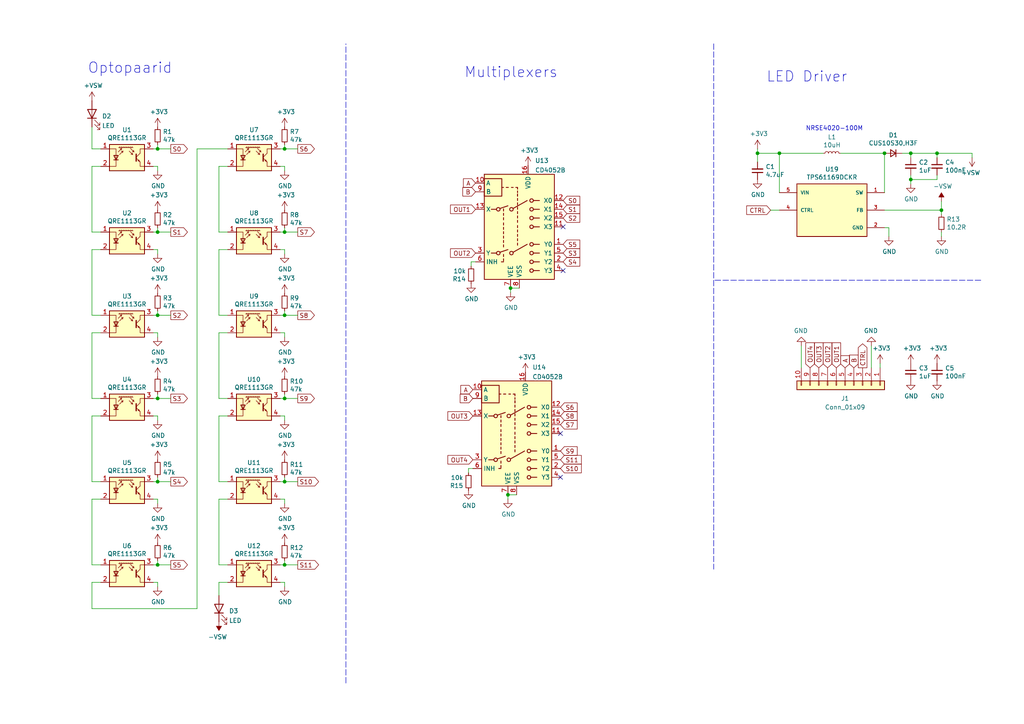
<source format=kicad_sch>
(kicad_sch (version 20211123) (generator eeschema)
  (paper "A4")
  (lib_symbols
    (symbol "Analog_Switch:CD4052B"
      (property "Reference" "U" (at -10.16 16.51 0))
      (property "Value" "CD4052B" (at 3.81 16.51 0))
      (symbol "CD4052B_0_1"
        (rectangle (start -10.16 8.89) (end -5.08 13.97) (stroke (width 0.254)))
        (rectangle (start -10.16 15.24) (end 10.16 -15.24) (stroke (width 0.254)) (fill (type background)))
        (circle (center -6.096 -7.62) (radius 0.508) (stroke (width 0.254)))
        (circle (center -6.096 5.08) (radius 0.508) (stroke (width 0.254)))
        (circle (center -2.286 -7.62) (radius 0.508) (stroke (width 0.254)))
        (circle (center -2.286 5.08) (radius 0.508) (stroke (width 0.254)))
        (polyline (pts (xy -8.128 -7.62) (xy -6.604 -7.62)) (stroke (width 0.254)))
        (polyline (pts (xy -8.128 5.08) (xy -6.604 5.08)) (stroke (width 0.254)))
        (polyline (pts (xy -5.588 -7.366) (xy -3.302 -6.604)) (stroke (width 0.254)))
        (polyline (pts (xy -5.588 5.334) (xy -3.302 6.096)) (stroke (width 0.254)))
        (polyline (pts (xy -4.572 -10.16) (xy -5.207 -10.16)) (stroke (width 0.254)))
        (polyline (pts (xy -4.572 -9.906) (xy -4.572 -9.271)) (stroke (width 0.254)))
        (polyline (pts (xy -4.572 -8.636) (xy -4.572 -8.001)) (stroke (width 0.254)))
        (polyline (pts (xy -4.572 -5.842) (xy -4.572 -5.207)) (stroke (width 0.254)))
        (polyline (pts (xy -4.572 -4.572) (xy -4.572 -3.937)) (stroke (width 0.254)))
        (polyline (pts (xy -4.572 -3.302) (xy -4.572 -2.667)) (stroke (width 0.254)))
        (polyline (pts (xy -4.572 -2.032) (xy -4.572 -1.397)) (stroke (width 0.254)))
        (polyline (pts (xy -4.572 -0.762) (xy -4.572 -0.127)) (stroke (width 0.254)))
        (polyline (pts (xy -4.572 0.508) (xy -4.572 1.143)) (stroke (width 0.254)))
        (polyline (pts (xy -4.572 2.032) (xy -4.572 2.667)) (stroke (width 0.254)))
        (polyline (pts (xy -4.572 3.302) (xy -4.572 3.937)) (stroke (width 0.254)))
        (polyline (pts (xy -4.572 4.572) (xy -4.572 5.207)) (stroke (width 0.254)))
        (polyline (pts (xy -4.572 11.43) (xy -5.08 11.43)) (stroke (width 0.254)))
        (polyline (pts (xy -3.81 11.43) (xy -3.175 11.43)) (stroke (width 0.254)))
        (polyline (pts (xy -1.778 -7.366) (xy 2.286 -5.08)) (stroke (width 0.254)))
        (polyline (pts (xy -1.778 5.334) (xy 2.286 7.62)) (stroke (width 0.254)))
        (polyline (pts (xy -1.778 11.43) (xy -2.286 11.43)) (stroke (width 0.254)))
        (polyline (pts (xy -0.508 -5.334) (xy -0.508 -4.699)) (stroke (width 0.254)))
        (polyline (pts (xy -0.508 -4.064) (xy -0.508 -3.429)) (stroke (width 0.254)))
        (polyline (pts (xy -0.508 -2.794) (xy -0.508 -2.159)) (stroke (width 0.254)))
        (polyline (pts (xy -0.508 -1.524) (xy -0.508 -0.889)) (stroke (width 0.254)))
        (polyline (pts (xy -0.508 -0.254) (xy -0.508 0.381)) (stroke (width 0.254)))
        (polyline (pts (xy -0.508 1.27) (xy -0.508 1.905)) (stroke (width 0.254)))
        (polyline (pts (xy -0.508 2.54) (xy -0.508 3.175)) (stroke (width 0.254)))
        (polyline (pts (xy -0.508 3.81) (xy -0.508 4.445)) (stroke (width 0.254)))
        (polyline (pts (xy -0.508 5.08) (xy -0.508 5.715)) (stroke (width 0.254)))
        (polyline (pts (xy -0.508 6.35) (xy -0.508 6.985)) (stroke (width 0.254)))
        (polyline (pts (xy -0.508 7.62) (xy -0.508 8.255)) (stroke (width 0.254)))
        (polyline (pts (xy -0.508 8.89) (xy -0.508 9.398)) (stroke (width 0.254)))
        (polyline (pts (xy -0.508 8.89) (xy -0.508 9.525)) (stroke (width 0.254)))
        (polyline (pts (xy -0.508 9.906) (xy -0.508 10.414)) (stroke (width 0.254)))
        (polyline (pts (xy -0.508 10.922) (xy -0.508 11.43)) (stroke (width 0.254)))
        (polyline (pts (xy -0.508 11.43) (xy -1.016 11.43)) (stroke (width 0.254)))
        (polyline (pts (xy 4.064 -12.7) (xy 5.842 -12.7)) (stroke (width 0.254)))
        (polyline (pts (xy 4.064 -10.16) (xy 5.842 -10.16)) (stroke (width 0.254)))
        (polyline (pts (xy 4.064 -7.62) (xy 5.842 -7.62)) (stroke (width 0.254)))
        (polyline (pts (xy 4.064 -5.08) (xy 5.842 -5.08)) (stroke (width 0.254)))
        (polyline (pts (xy 4.064 0) (xy 5.842 0)) (stroke (width 0.254)))
        (polyline (pts (xy 4.064 2.54) (xy 5.842 2.54)) (stroke (width 0.254)))
        (polyline (pts (xy 4.064 5.08) (xy 5.842 5.08)) (stroke (width 0.254)))
        (polyline (pts (xy 4.064 7.62) (xy 5.842 7.62)) (stroke (width 0.254)))
        (circle (center 3.556 -12.7) (radius 0.508) (stroke (width 0.254)))
        (circle (center 3.556 -10.16) (radius 0.508) (stroke (width 0.254)))
        (circle (center 3.556 -7.62) (radius 0.508) (stroke (width 0.254)))
        (circle (center 3.556 -5.08) (radius 0.508) (stroke (width 0.254)))
        (circle (center 3.556 0) (radius 0.508) (stroke (width 0.254)))
        (circle (center 3.556 2.54) (radius 0.508) (stroke (width 0.254)))
        (circle (center 3.556 5.08) (radius 0.508) (stroke (width 0.254)))
        (circle (center 3.556 7.62) (radius 0.508) (stroke (width 0.254)))
      )
      (symbol "CD4052B_1_1"
        (pin bidirectional line (at 12.7 -5.08 180) (length 2.54) (name "Y0") (number "1"))
        (pin input line (at -12.7 12.7 0) (length 2.54) (name "A") (number "10"))
        (pin bidirectional line (at 12.7 0 180) (length 2.54) (name "X3") (number "11"))
        (pin bidirectional line (at 12.7 7.62 180) (length 2.54) (name "X0") (number "12"))
        (pin bidirectional line (at -12.7 5.08 0) (length 2.54) (name "X") (number "13"))
        (pin bidirectional line (at 12.7 5.08 180) (length 2.54) (name "X1") (number "14"))
        (pin bidirectional line (at 12.7 2.54 180) (length 2.54) (name "X2") (number "15"))
        (pin power_in line (at 2.54 17.78 270) (length 2.54) (name "VDD") (number "16"))
        (pin bidirectional line (at 12.7 -10.16 180) (length 2.54) (name "Y2") (number "2"))
        (pin bidirectional line (at -12.7 -7.62 0) (length 2.54) (name "Y") (number "3"))
        (pin bidirectional line (at 12.7 -12.7 180) (length 2.54) (name "Y3") (number "4"))
        (pin bidirectional line (at 12.7 -7.62 180) (length 2.54) (name "Y1") (number "5"))
        (pin input line (at -12.7 -10.16 0) (length 2.54) (name "INH") (number "6"))
        (pin power_in line (at -2.54 -17.78 90) (length 2.54) (name "VEE") (number "7"))
        (pin power_in line (at 0 -17.78 90) (length 2.54) (name "VSS") (number "8"))
        (pin input line (at -12.7 10.16 0) (length 2.54) (name "B") (number "9"))
      )
    )
    (symbol "Connector_Generic:Conn_01x10" (pin_names (offset 1.016) hide)
      (property "Reference" "J" (at 0 12.7 0))
      (property "Value" "Conn_01x10" (at 0 -15.24 0))
      (symbol "Conn_01x10_1_1"
        (rectangle (start -1.27 -12.573) (end 0 -12.827) (stroke (width 0.1524)))
        (rectangle (start -1.27 -10.033) (end 0 -10.287) (stroke (width 0.1524)))
        (rectangle (start -1.27 -7.493) (end 0 -7.747) (stroke (width 0.1524)))
        (rectangle (start -1.27 -4.953) (end 0 -5.207) (stroke (width 0.1524)))
        (rectangle (start -1.27 -2.413) (end 0 -2.667) (stroke (width 0.1524)))
        (rectangle (start -1.27 0.127) (end 0 -0.127) (stroke (width 0.1524)))
        (rectangle (start -1.27 2.667) (end 0 2.413) (stroke (width 0.1524)))
        (rectangle (start -1.27 5.207) (end 0 4.953) (stroke (width 0.1524)))
        (rectangle (start -1.27 7.747) (end 0 7.493) (stroke (width 0.1524)))
        (rectangle (start -1.27 10.287) (end 0 10.033) (stroke (width 0.1524)))
        (rectangle (start -1.27 11.43) (end 1.27 -13.97) (stroke (width 0.254)) (fill (type background)))
        (pin passive line (at -5.08 10.16 0) (length 3.81) (name "Pin_1") (number "1"))
        (pin passive line (at -5.08 -12.7 0) (length 3.81) (name "Pin_10") (number "10"))
        (pin passive line (at -5.08 7.62 0) (length 3.81) (name "Pin_2") (number "2"))
        (pin passive line (at -5.08 5.08 0) (length 3.81) (name "Pin_3") (number "3"))
        (pin passive line (at -5.08 2.54 0) (length 3.81) (name "Pin_4") (number "4"))
        (pin passive line (at -5.08 0 0) (length 3.81) (name "Pin_5") (number "5"))
        (pin passive line (at -5.08 -2.54 0) (length 3.81) (name "Pin_6") (number "6"))
        (pin passive line (at -5.08 -5.08 0) (length 3.81) (name "Pin_7") (number "7"))
        (pin passive line (at -5.08 -7.62 0) (length 3.81) (name "Pin_8") (number "8"))
        (pin passive line (at -5.08 -10.16 0) (length 3.81) (name "Pin_9") (number "9"))
      )
    )
    (symbol "Device:C_Small" (pin_numbers hide) (pin_names (offset 0.254) hide)
      (property "Reference" "C" (at 0.254 1.778 0))
      (property "Value" "C_Small" (at 0.254 -2.032 0))
      (symbol "C_Small_0_1"
        (polyline (pts (xy -1.524 -0.508) (xy 1.524 -0.508)) (stroke (width 0.3302)))
        (polyline (pts (xy -1.524 0.508) (xy 1.524 0.508)) (stroke (width 0.3048)))
      )
      (symbol "C_Small_1_1"
        (pin passive line (at 0 2.54 270) (length 2.032) (name "~") (number "1"))
        (pin passive line (at 0 -2.54 90) (length 2.032) (name "~") (number "2"))
      )
    )
    (symbol "Device:D_Small" (pin_numbers hide) (pin_names (offset 0.254) hide)
      (property "Reference" "D" (at -1.27 2.032 0))
      (property "Value" "D_Small" (at -3.81 -2.032 0))
      (symbol "D_Small_0_1"
        (polyline (pts (xy -0.762 -1.016) (xy -0.762 1.016)) (stroke (width 0.254)))
        (polyline (pts (xy -0.762 0) (xy 0.762 0)))
        (polyline (pts (xy 0.762 -1.016) (xy -0.762 0) (xy 0.762 1.016) (xy 0.762 -1.016)) (stroke (width 0.254)))
      )
      (symbol "D_Small_1_1"
        (pin passive line (at -2.54 0 0) (length 1.778) (name "K") (number "1"))
        (pin passive line (at 2.54 0 180) (length 1.778) (name "A") (number "2"))
      )
    )
    (symbol "Device:LED" (pin_numbers hide) (pin_names (offset 1.016) hide)
      (property "Reference" "D" (at 0 2.54 0))
      (property "Value" "LED" (at 0 -2.54 0))
      (symbol "LED_0_1"
        (polyline (pts (xy -1.27 -1.27) (xy -1.27 1.27)) (stroke (width 0.254)))
        (polyline (pts (xy -1.27 0) (xy 1.27 0)))
        (polyline (pts (xy 1.27 -1.27) (xy 1.27 1.27) (xy -1.27 0) (xy 1.27 -1.27)) (stroke (width 0.254)))
        (polyline (pts (xy -3.048 -0.762) (xy -4.572 -2.286) (xy -3.81 -2.286) (xy -4.572 -2.286) (xy -4.572 -1.524)))
        (polyline (pts (xy -1.778 -0.762) (xy -3.302 -2.286) (xy -2.54 -2.286) (xy -3.302 -2.286) (xy -3.302 -1.524)))
      )
      (symbol "LED_1_1"
        (pin passive line (at -3.81 0 0) (length 2.54) (name "K") (number "1"))
        (pin passive line (at 3.81 0 180) (length 2.54) (name "A") (number "2"))
      )
    )
    (symbol "Device:L_Small" (pin_numbers hide) (pin_names (offset 0.254) hide)
      (property "Reference" "L" (at 0.762 1.016 0))
      (property "Value" "L_Small" (at 0.762 -1.016 0))
      (symbol "L_Small_0_1"
        (arc (start 0 -2.032) (mid 0.508 -1.524) (end 0 -1.016))
        (arc (start 0 -1.016) (mid 0.508 -0.508) (end 0 0))
        (arc (start 0 0) (mid 0.508 0.508) (end 0 1.016))
        (arc (start 0 1.016) (mid 0.508 1.524) (end 0 2.032))
      )
      (symbol "L_Small_1_1"
        (pin passive line (at 0 2.54 270) (length 0.508) (name "~") (number "1"))
        (pin passive line (at 0 -2.54 90) (length 0.508) (name "~") (number "2"))
      )
    )
    (symbol "Device:R_Small" (pin_numbers hide) (pin_names (offset 0.254) hide)
      (property "Reference" "R" (at 0.762 0.508 0))
      (property "Value" "R_Small" (at 0.762 -1.016 0))
      (symbol "R_Small_0_1"
        (rectangle (start -0.762 1.778) (end 0.762 -1.778) (stroke (width 0.2032)))
      )
      (symbol "R_Small_1_1"
        (pin passive line (at 0 2.54 270) (length 0.762) (name "~") (number "1"))
        (pin passive line (at 0 -2.54 90) (length 0.762) (name "~") (number "2"))
      )
    )
    (symbol "Sensor_Proximity:QRE1113GR" (pin_names (offset 0.0254) hide)
      (property "Reference" "U" (at -3.81 5.08 0))
      (property "Value" "QRE1113GR" (at 11.43 5.08 0))
      (symbol "QRE1113GR_0_1"
        (polyline (pts (xy -3.81 -0.635) (xy -2.54 -0.635)) (stroke (width 0.254)))
        (polyline (pts (xy -2.286 2.921) (xy -2.032 3.175)))
        (polyline (pts (xy -1.778 2.921) (xy -1.524 3.175)))
        (polyline (pts (xy -1.524 2.667) (xy -1.651 2.159)))
        (polyline (pts (xy -1.27 2.921) (xy -1.016 3.175)))
        (polyline (pts (xy -1.143 1.905) (xy -1.27 1.397)))
        (polyline (pts (xy -0.762 2.921) (xy -0.508 3.175)))
        (polyline (pts (xy -0.254 2.921) (xy 0 3.175)))
        (polyline (pts (xy 0.254 2.921) (xy 0.508 3.175)))
        (polyline (pts (xy 0.762 2.921) (xy 1.016 3.175)))
        (polyline (pts (xy 1.27 2.921) (xy 1.524 3.175)))
        (polyline (pts (xy 1.651 0.889) (xy 1.143 1.016)))
        (polyline (pts (xy 1.778 2.921) (xy -2.413 2.921)))
        (polyline (pts (xy 2.032 1.651) (xy 1.524 1.778)))
        (polyline (pts (xy 2.667 -0.127) (xy 3.81 -1.27)))
        (polyline (pts (xy 2.667 0.127) (xy 3.81 1.27)))
        (polyline (pts (xy -2.54 1.651) (xy -1.524 2.667) (xy -2.032 2.54)))
        (polyline (pts (xy -2.159 0.889) (xy -1.143 1.905) (xy -1.651 1.778)))
        (polyline (pts (xy 0.635 1.905) (xy 1.651 0.889) (xy 1.524 1.397)))
        (polyline (pts (xy 1.016 2.667) (xy 2.032 1.651) (xy 1.905 2.159)))
        (polyline (pts (xy 2.667 1.016) (xy 2.667 -1.016) (xy 2.667 -1.016)) (stroke (width 0.3556)))
        (polyline (pts (xy 3.81 -1.27) (xy 3.81 -2.54) (xy 5.08 -2.54)))
        (polyline (pts (xy 3.81 1.27) (xy 3.81 2.54) (xy 5.08 2.54)))
        (polyline (pts (xy -5.08 -2.54) (xy -3.175 -2.54) (xy -3.175 2.54) (xy -5.08 2.54)))
        (polyline (pts (xy -3.175 -0.635) (xy -3.81 0.635) (xy -2.54 0.635) (xy -3.175 -0.635)) (stroke (width 0.254)))
        (polyline (pts (xy 3.683 -1.143) (xy 3.429 -0.635) (xy 3.175 -0.889) (xy 3.683 -1.143)))
        (polyline (pts (xy -5.08 -3.81) (xy 5.08 -3.81) (xy 5.08 3.81) (xy -5.08 3.81) (xy -5.08 -3.81)) (stroke (width 0.254)) (fill (type background)))
      )
      (symbol "QRE1113GR_1_1"
        (pin passive line (at -7.62 2.54 0) (length 2.54) (name "A") (number "1"))
        (pin passive line (at -7.62 -2.54 0) (length 2.54) (name "K") (number "2"))
        (pin open_collector line (at 7.62 2.54 180) (length 2.54) (name "~") (number "3"))
        (pin open_emitter line (at 7.62 -2.54 180) (length 2.54) (name "~") (number "4"))
      )
    )
    (symbol "TPS61169DCKR:TPS61169DCKR" (pin_names (offset 1.016))
      (property "Reference" "U" (at -10.16 8.6106 0))
      (property "Value" "TPS61169DCKR_TPS61169DCKR" (at -10.16 -10.16 0))
      (symbol "TPS61169DCKR_0_0"
        (rectangle (start -10.16 -7.62) (end 10.16 7.62) (stroke (width 0.254)) (fill (type background)))
        (pin input line (at 15.24 5.08 180) (length 5.08) (name "SW") (number "1"))
        (pin power_in line (at 15.24 -5.08 180) (length 5.08) (name "GND") (number "2"))
        (pin input line (at 15.24 0 180) (length 5.08) (name "FB") (number "3"))
        (pin input line (at -15.24 0 0) (length 5.08) (name "CTRL") (number "4"))
        (pin input line (at -15.24 5.08 0) (length 5.08) (name "VIN") (number "5"))
      )
    )
    (symbol "power:+3V3" (power) (pin_names (offset 0))
      (property "Value" "+3V3" (at 0 3.556 0))
      (symbol "+3V3_0_1"
        (polyline (pts (xy -0.762 1.27) (xy 0 2.54)))
        (polyline (pts (xy 0 0) (xy 0 2.54)))
        (polyline (pts (xy 0 2.54) (xy 0.762 1.27)))
      )
      (symbol "+3V3_1_1"
        (pin power_in line (at 0 0 90) (length 0) hide (name "+3V3") (number "1"))
      )
    )
    (symbol "power:+VSW" (power) (pin_names (offset 0))
      (property "Value" "+VSW" (at 0 3.556 0))
      (symbol "+VSW_0_1"
        (polyline (pts (xy -0.762 1.27) (xy 0 2.54)))
        (polyline (pts (xy 0 0) (xy 0 2.54)))
        (polyline (pts (xy 0 2.54) (xy 0.762 1.27)))
      )
      (symbol "+VSW_1_1"
        (pin power_in line (at 0 0 90) (length 0) hide (name "+VSW") (number "1"))
      )
    )
    (symbol "power:-VSW" (power) (pin_names (offset 0))
      (property "Value" "-VSW" (at 0 3.81 0))
      (symbol "-VSW_0_0"
        (pin power_in line (at 0 0 90) (length 0) hide (name "-VSW") (number "1"))
      )
      (symbol "-VSW_0_1"
        (polyline (pts (xy 0 0) (xy 0 1.27) (xy 0.762 1.27) (xy 0 2.54) (xy -0.762 1.27) (xy 0 1.27)) (fill (type outline)))
      )
    )
    (symbol "power:GND" (power) (pin_names (offset 0))
      (property "Value" "GND" (at 0 -3.81 0))
      (symbol "GND_0_1"
        (polyline (pts (xy 0 0) (xy 0 -1.27) (xy 1.27 -1.27) (xy 0 -2.54) (xy -1.27 -1.27) (xy 0 -1.27)))
      )
      (symbol "GND_1_1"
        (pin power_in line (at 0 0 270) (length 0) hide (name "GND") (number "1"))
      )
    )
  )
  (junction (at 45.72 139.7))
  (junction (at 45.72 163.83))
  (junction (at 82.55 67.31))
  (junction (at 147.32 143.51))
  (junction (at 226.06 44.45))
  (junction (at 82.55 115.57))
  (junction (at 264.16 52.07))
  (junction (at 271.78 44.45))
  (junction (at 45.72 43.18))
  (junction (at 264.16 44.45))
  (junction (at 82.55 91.44))
  (junction (at 256.54 44.45))
  (junction (at 82.55 43.18))
  (junction (at 148.082 83.566))
  (junction (at 45.72 91.44))
  (junction (at 82.55 163.83))
  (junction (at 273.05 60.96))
  (junction (at 219.71 44.45))
  (junction (at 45.72 115.57))
  (junction (at 82.55 139.7))
  (junction (at 45.72 67.31))
  (no_connect (at 162.56 125.73))
  (no_connect (at 163.322 65.786))
  (no_connect (at 163.322 78.486))
  (no_connect (at 162.56 138.43))
  (wire (pts (xy 226.06 55.88) (xy 226.06 44.45)))
  (wire (pts (xy 256.54 44.45) (xy 243.84 44.45)))
  (wire (pts (xy 219.71 44.45) (xy 219.71 46.99)))
  (wire (pts (xy 45.72 43.18) (xy 49.53 43.18)))
  (wire (pts (xy 82.55 162.56) (xy 82.55 163.83)))
  (wire (pts (xy 219.71 43.18) (xy 219.71 44.45)))
  (wire (pts (xy 45.72 97.79) (xy 45.72 96.52)))
  (wire (pts (xy 82.55 43.18) (xy 86.36 43.18)))
  (wire (pts (xy 44.45 163.83) (xy 45.72 163.83)))
  (wire (pts (xy 57.15 43.18) (xy 66.04 43.18)))
  (wire (pts (xy 271.78 50.8) (xy 271.78 52.07)))
  (wire (pts (xy 82.55 168.91) (xy 81.28 168.91)))
  (wire (pts (xy 148.082 83.566) (xy 148.082 84.836)))
  (wire (pts (xy 44.45 115.57) (xy 45.72 115.57)))
  (wire (pts (xy 82.55 115.57) (xy 86.36 115.57)))
  (wire (pts (xy 63.5 67.31) (xy 66.04 67.31)))
  (wire (pts (xy 136.652 77.216) (xy 136.652 75.946)))
  (wire (pts (xy 26.67 168.91) (xy 29.21 168.91)))
  (wire (pts (xy 252.73 100.33) (xy 252.73 106.68)))
  (wire (pts (xy 82.55 170.18) (xy 82.55 168.91)))
  (wire (pts (xy 45.72 162.56) (xy 45.72 163.83)))
  (wire (pts (xy 82.55 114.3) (xy 82.55 115.57)))
  (wire (pts (xy 82.55 91.44) (xy 86.36 91.44)))
  (polyline (pts (xy 207.01 12.7) (xy 207.01 81.28)))
  (wire (pts (xy 135.89 135.89) (xy 137.16 135.89)))
  (wire (pts (xy 136.652 75.946) (xy 137.922 75.946)))
  (wire (pts (xy 271.78 44.45) (xy 271.78 45.72)))
  (wire (pts (xy 45.72 163.83) (xy 49.53 163.83)))
  (wire (pts (xy 82.55 121.92) (xy 82.55 120.65)))
  (wire (pts (xy 264.16 53.34) (xy 264.16 52.07)))
  (wire (pts (xy 81.28 43.18) (xy 82.55 43.18)))
  (wire (pts (xy 44.45 43.18) (xy 45.72 43.18)))
  (wire (pts (xy 63.5 96.52) (xy 66.04 96.52)))
  (wire (pts (xy 82.55 41.91) (xy 82.55 43.18)))
  (wire (pts (xy 26.67 72.39) (xy 29.21 72.39)))
  (wire (pts (xy 63.5 168.91) (xy 63.5 172.72)))
  (wire (pts (xy 147.32 143.51) (xy 149.86 143.51)))
  (wire (pts (xy 82.55 90.17) (xy 82.55 91.44)))
  (wire (pts (xy 261.62 44.45) (xy 264.16 44.45)))
  (wire (pts (xy 273.05 68.58) (xy 273.05 67.31)))
  (wire (pts (xy 82.55 72.39) (xy 81.28 72.39)))
  (wire (pts (xy 26.67 91.44) (xy 29.21 91.44)))
  (wire (pts (xy 63.5 72.39) (xy 63.5 91.44)))
  (wire (pts (xy 45.72 120.65) (xy 44.45 120.65)))
  (wire (pts (xy 82.55 163.83) (xy 86.36 163.83)))
  (wire (pts (xy 82.55 73.66) (xy 82.55 72.39)))
  (wire (pts (xy 26.67 120.65) (xy 29.21 120.65)))
  (wire (pts (xy 45.72 96.52) (xy 44.45 96.52)))
  (wire (pts (xy 45.72 72.39) (xy 44.45 72.39)))
  (wire (pts (xy 63.5 139.7) (xy 66.04 139.7)))
  (wire (pts (xy 135.89 137.16) (xy 135.89 135.89)))
  (wire (pts (xy 26.67 36.83) (xy 26.67 43.18)))
  (wire (pts (xy 63.5 120.65) (xy 66.04 120.65)))
  (wire (pts (xy 82.55 138.43) (xy 82.55 139.7)))
  (wire (pts (xy 81.28 67.31) (xy 82.55 67.31)))
  (polyline (pts (xy 207.01 81.28) (xy 207.01 165.1)))
  (wire (pts (xy 45.72 170.18) (xy 45.72 168.91)))
  (wire (pts (xy 26.67 120.65) (xy 26.67 139.7)))
  (wire (pts (xy 256.54 60.96) (xy 273.05 60.96)))
  (polyline (pts (xy 100.33 198.12) (xy 100.33 12.7)))
  (wire (pts (xy 82.55 49.53) (xy 82.55 48.26)))
  (wire (pts (xy 257.81 66.04) (xy 256.54 66.04)))
  (wire (pts (xy 82.55 96.52) (xy 81.28 96.52)))
  (wire (pts (xy 63.5 96.52) (xy 63.5 115.57)))
  (wire (pts (xy 82.55 67.31) (xy 86.36 67.31)))
  (wire (pts (xy 26.67 144.78) (xy 26.67 163.83)))
  (wire (pts (xy 264.16 52.07) (xy 264.16 50.8)))
  (wire (pts (xy 26.67 43.18) (xy 29.21 43.18)))
  (wire (pts (xy 273.05 58.42) (xy 273.05 60.96)))
  (wire (pts (xy 45.72 139.7) (xy 49.53 139.7)))
  (wire (pts (xy 281.94 44.45) (xy 281.94 45.72)))
  (wire (pts (xy 63.5 163.83) (xy 66.04 163.83)))
  (wire (pts (xy 81.28 115.57) (xy 82.55 115.57)))
  (wire (pts (xy 26.67 96.52) (xy 26.67 115.57)))
  (wire (pts (xy 81.28 91.44) (xy 82.55 91.44)))
  (wire (pts (xy 44.45 91.44) (xy 45.72 91.44)))
  (wire (pts (xy 63.5 48.26) (xy 63.5 67.31)))
  (wire (pts (xy 45.72 114.3) (xy 45.72 115.57)))
  (wire (pts (xy 82.55 146.05) (xy 82.55 144.78)))
  (wire (pts (xy 26.67 168.91) (xy 26.67 176.53)))
  (wire (pts (xy 82.55 97.79) (xy 82.55 96.52)))
  (wire (pts (xy 232.41 100.33) (xy 232.41 106.68)))
  (wire (pts (xy 26.67 115.57) (xy 29.21 115.57)))
  (wire (pts (xy 45.72 121.92) (xy 45.72 120.65)))
  (wire (pts (xy 45.72 91.44) (xy 49.53 91.44)))
  (wire (pts (xy 45.72 73.66) (xy 45.72 72.39)))
  (wire (pts (xy 148.082 83.566) (xy 150.622 83.566)))
  (wire (pts (xy 63.5 72.39) (xy 66.04 72.39)))
  (wire (pts (xy 63.5 144.78) (xy 63.5 163.83)))
  (wire (pts (xy 271.78 44.45) (xy 281.94 44.45)))
  (wire (pts (xy 26.67 48.26) (xy 26.67 67.31)))
  (wire (pts (xy 81.28 139.7) (xy 82.55 139.7)))
  (wire (pts (xy 82.55 139.7) (xy 86.36 139.7)))
  (wire (pts (xy 45.72 41.91) (xy 45.72 43.18)))
  (wire (pts (xy 44.45 139.7) (xy 45.72 139.7)))
  (wire (pts (xy 45.72 49.53) (xy 45.72 48.26)))
  (wire (pts (xy 271.78 52.07) (xy 264.16 52.07)))
  (wire (pts (xy 45.72 48.26) (xy 44.45 48.26)))
  (wire (pts (xy 26.67 48.26) (xy 29.21 48.26)))
  (wire (pts (xy 82.55 66.04) (xy 82.55 67.31)))
  (wire (pts (xy 45.72 138.43) (xy 45.72 139.7)))
  (wire (pts (xy 82.55 144.78) (xy 81.28 144.78)))
  (wire (pts (xy 82.55 48.26) (xy 81.28 48.26)))
  (wire (pts (xy 226.06 44.45) (xy 238.76 44.45)))
  (wire (pts (xy 45.72 168.91) (xy 44.45 168.91)))
  (wire (pts (xy 26.67 144.78) (xy 29.21 144.78)))
  (wire (pts (xy 147.32 143.51) (xy 147.32 144.78)))
  (wire (pts (xy 63.5 91.44) (xy 66.04 91.44)))
  (wire (pts (xy 82.55 120.65) (xy 81.28 120.65)))
  (wire (pts (xy 26.67 139.7) (xy 29.21 139.7)))
  (wire (pts (xy 45.72 144.78) (xy 44.45 144.78)))
  (wire (pts (xy 264.16 44.45) (xy 271.78 44.45)))
  (wire (pts (xy 219.71 44.45) (xy 226.06 44.45)))
  (wire (pts (xy 63.5 115.57) (xy 66.04 115.57)))
  (wire (pts (xy 45.72 90.17) (xy 45.72 91.44)))
  (wire (pts (xy 26.67 72.39) (xy 26.67 91.44)))
  (wire (pts (xy 44.45 67.31) (xy 45.72 67.31)))
  (wire (pts (xy 45.72 67.31) (xy 49.53 67.31)))
  (wire (pts (xy 273.05 62.23) (xy 273.05 60.96)))
  (wire (pts (xy 45.72 146.05) (xy 45.72 144.78)))
  (wire (pts (xy 45.72 115.57) (xy 49.53 115.57)))
  (wire (pts (xy 81.28 163.83) (xy 82.55 163.83)))
  (wire (pts (xy 63.5 168.91) (xy 66.04 168.91)))
  (wire (pts (xy 26.67 163.83) (xy 29.21 163.83)))
  (wire (pts (xy 63.5 120.65) (xy 63.5 139.7)))
  (wire (pts (xy 26.67 176.53) (xy 57.15 176.53)))
  (wire (pts (xy 26.67 96.52) (xy 29.21 96.52)))
  (wire (pts (xy 63.5 144.78) (xy 66.04 144.78)))
  (wire (pts (xy 63.5 48.26) (xy 66.04 48.26)))
  (wire (pts (xy 226.06 60.96) (xy 223.52 60.96)))
  (wire (pts (xy 57.15 176.53) (xy 57.15 43.18)))
  (wire (pts (xy 257.81 68.58) (xy 257.81 66.04)))
  (wire (pts (xy 255.27 106.68) (xy 255.27 105.41)))
  (wire (pts (xy 45.72 66.04) (xy 45.72 67.31)))
  (wire (pts (xy 264.16 45.72) (xy 264.16 44.45)))
  (polyline (pts (xy 284.48 81.28) (xy 207.01 81.28)))
  (wire (pts (xy 256.54 44.45) (xy 256.54 55.88)))
  (wire (pts (xy 26.67 67.31) (xy 29.21 67.31)))
  (text "NRSE4020-100M" (at 233.68 38.1 0) (effects (font (size 1.27 1.27)) (justify left bottom)))
  (text "Optopaarid" (at 25.4 21.59 0) (effects (font (size 2.9972 2.9972)) (justify left bottom)))
  (text "LED Driver" (at 222.25 24.13 0) (effects (font (size 2.9972 2.9972)) (justify left bottom)))
  (text "Multiplexers" (at 134.62 22.86 0) (effects (font (size 3 3)) (justify left bottom)))
  (global_label "S0" (shape input) (at 163.322 58.166 0) (property "Intersheet References" "${INTERSHEET_REFS}" (effects hide)))
  (global_label "CTRL" (shape input) (at 223.52 60.96 180) (property "Intersheet References" "${INTERSHEET_REFS}" (effects hide)))
  (global_label "S1" (shape output) (at 49.53 67.31 0) (property "Intersheet References" "${INTERSHEET_REFS}" (effects hide)))
  (global_label "S4" (shape output) (at 49.53 139.7 0) (property "Intersheet References" "${INTERSHEET_REFS}" (effects hide)))
  (global_label "OUT4" (shape input) (at 137.16 133.35 180) (property "Intersheet References" "${INTERSHEET_REFS}" (effects hide)))
  (global_label "OUT1" (shape input) (at 137.922 60.706 180) (property "Intersheet References" "${INTERSHEET_REFS}" (effects hide)))
  (global_label "B" (shape input) (at 137.16 115.57 180) (property "Intersheet References" "${INTERSHEET_REFS}" (effects hide)))
  (global_label "S2" (shape input) (at 163.322 63.246 0) (property "Intersheet References" "${INTERSHEET_REFS}" (effects hide)))
  (global_label "OUT3" (shape input) (at 237.49 106.68 90) (property "Intersheet References" "${INTERSHEET_REFS}" (effects hide)))
  (global_label "A" (shape input) (at 137.16 113.03 180) (property "Intersheet References" "${INTERSHEET_REFS}" (effects hide)))
  (global_label "S3" (shape input) (at 163.322 73.406 0) (property "Intersheet References" "${INTERSHEET_REFS}" (effects hide)))
  (global_label "S1" (shape input) (at 163.322 60.706 0) (property "Intersheet References" "${INTERSHEET_REFS}" (effects hide)))
  (global_label "S10" (shape output) (at 86.36 139.7 0) (property "Intersheet References" "${INTERSHEET_REFS}" (effects hide)))
  (global_label "A" (shape input) (at 245.11 106.68 90) (property "Intersheet References" "${INTERSHEET_REFS}" (effects hide)))
  (global_label "OUT2" (shape input) (at 137.922 73.406 180) (property "Intersheet References" "${INTERSHEET_REFS}" (effects hide)))
  (global_label "S5" (shape output) (at 49.53 163.83 0) (property "Intersheet References" "${INTERSHEET_REFS}" (effects hide)))
  (global_label "S8" (shape output) (at 86.36 91.44 0) (property "Intersheet References" "${INTERSHEET_REFS}" (effects hide)))
  (global_label "B" (shape input) (at 137.922 55.626 180) (property "Intersheet References" "${INTERSHEET_REFS}" (effects hide)))
  (global_label "S2" (shape output) (at 49.53 91.44 0) (property "Intersheet References" "${INTERSHEET_REFS}" (effects hide)))
  (global_label "OUT3" (shape input) (at 137.16 120.65 180) (property "Intersheet References" "${INTERSHEET_REFS}" (effects hide)))
  (global_label "S7" (shape output) (at 86.36 67.31 0) (property "Intersheet References" "${INTERSHEET_REFS}" (effects hide)))
  (global_label "S3" (shape output) (at 49.53 115.57 0) (property "Intersheet References" "${INTERSHEET_REFS}" (effects hide)))
  (global_label "S10" (shape input) (at 162.56 135.89 0) (property "Intersheet References" "${INTERSHEET_REFS}" (effects hide)))
  (global_label "S9" (shape output) (at 86.36 115.57 0) (property "Intersheet References" "${INTERSHEET_REFS}" (effects hide)))
  (global_label "S6" (shape input) (at 162.56 118.11 0) (property "Intersheet References" "${INTERSHEET_REFS}" (effects hide)))
  (global_label "S9" (shape input) (at 162.56 130.81 0) (property "Intersheet References" "${INTERSHEET_REFS}" (effects hide)))
  (global_label "S6" (shape output) (at 86.36 43.18 0) (property "Intersheet References" "${INTERSHEET_REFS}" (effects hide)))
  (global_label "OUT1" (shape input) (at 242.57 106.68 90) (property "Intersheet References" "${INTERSHEET_REFS}" (effects hide)))
  (global_label "B" (shape input) (at 247.65 106.68 90) (property "Intersheet References" "${INTERSHEET_REFS}" (effects hide)))
  (global_label "S4" (shape input) (at 163.322 75.946 0) (property "Intersheet References" "${INTERSHEET_REFS}" (effects hide)))
  (global_label "S11" (shape output) (at 86.36 163.83 0) (property "Intersheet References" "${INTERSHEET_REFS}" (effects hide)))
  (global_label "OUT4" (shape input) (at 234.95 106.68 90) (property "Intersheet References" "${INTERSHEET_REFS}" (effects hide)))
  (global_label "S7" (shape input) (at 162.56 123.19 0) (property "Intersheet References" "${INTERSHEET_REFS}" (effects hide)))
  (global_label "OUT2" (shape input) (at 240.03 106.68 90) (property "Intersheet References" "${INTERSHEET_REFS}" (effects hide)))
  (global_label "S0" (shape output) (at 49.53 43.18 0) (property "Intersheet References" "${INTERSHEET_REFS}" (effects hide)))
  (global_label "CTRL" (shape output) (at 250.19 106.68 90) (property "Intersheet References" "${INTERSHEET_REFS}" (effects hide)))
  (global_label "S8" (shape input) (at 162.56 120.65 0) (property "Intersheet References" "${INTERSHEET_REFS}" (effects hide)))
  (global_label "S11" (shape input) (at 162.56 133.35 0) (property "Intersheet References" "${INTERSHEET_REFS}" (effects hide)))
  (global_label "A" (shape input) (at 137.922 53.086 180) (property "Intersheet References" "${INTERSHEET_REFS}" (effects hide)))
  (global_label "S5" (shape input) (at 163.322 70.866 0) (property "Intersheet References" "${INTERSHEET_REFS}" (effects hide)))
  (symbol (lib_id "Sensor_Proximity:QRE1113GR") (at 36.83 45.72 0) (unit 1)
    (property "Reference" "U1" (at 36.83 37.6682 0))
    (property "Value" "QRE1113GR" (at 36.83 39.9796 0))
    (property "Footprint" "OptoDevice:OnSemi_CASE100CY" (effects hide))
    (property "Datasheet" "http://www.onsemi.com/pub/Collateral/QRE1113-D.PDF" (effects hide))
  )
  (symbol (lib_id "power:+VSW") (at 26.67 29.21 0) (unit 1)
    (property "Reference" "#PWR01" (effects hide))
    (property "Value" "+VSW" (at 27.051 24.8158 0))
  )
  (symbol (lib_id "power:GND") (at 45.72 49.53 0) (unit 1)
    (property "Reference" "#PWR03" (effects hide))
    (property "Value" "GND" (at 45.847 53.9242 0))
  )
  (symbol (lib_id "Sensor_Proximity:QRE1113GR") (at 36.83 69.85 0) (unit 1)
    (property "Reference" "U2" (at 36.83 61.7982 0))
    (property "Value" "QRE1113GR" (at 36.83 64.1096 0))
    (property "Footprint" "OptoDevice:OnSemi_CASE100CY" (effects hide))
    (property "Datasheet" "http://www.onsemi.com/pub/Collateral/QRE1113-D.PDF" (effects hide))
  )
  (symbol (lib_id "power:GND") (at 45.72 73.66 0) (unit 1)
    (property "Reference" "#PWR05" (effects hide))
    (property "Value" "GND" (at 45.847 78.0542 0))
  )
  (symbol (lib_id "Sensor_Proximity:QRE1113GR") (at 36.83 93.98 0) (unit 1)
    (property "Reference" "U3" (at 36.83 85.9282 0))
    (property "Value" "QRE1113GR" (at 36.83 88.2396 0))
    (property "Footprint" "OptoDevice:OnSemi_CASE100CY" (effects hide))
    (property "Datasheet" "http://www.onsemi.com/pub/Collateral/QRE1113-D.PDF" (effects hide))
  )
  (symbol (lib_id "power:GND") (at 45.72 97.79 0) (unit 1)
    (property "Reference" "#PWR07" (effects hide))
    (property "Value" "GND" (at 45.847 102.1842 0))
  )
  (symbol (lib_id "Sensor_Proximity:QRE1113GR") (at 36.83 118.11 0) (unit 1)
    (property "Reference" "U4" (at 36.83 110.0582 0))
    (property "Value" "QRE1113GR" (at 36.83 112.3696 0))
    (property "Footprint" "OptoDevice:OnSemi_CASE100CY" (effects hide))
    (property "Datasheet" "http://www.onsemi.com/pub/Collateral/QRE1113-D.PDF" (effects hide))
  )
  (symbol (lib_id "power:GND") (at 45.72 121.92 0) (unit 1)
    (property "Reference" "#PWR09" (effects hide))
    (property "Value" "GND" (at 45.847 126.3142 0))
  )
  (symbol (lib_id "Sensor_Proximity:QRE1113GR") (at 36.83 142.24 0) (unit 1)
    (property "Reference" "U5" (at 36.83 134.1882 0))
    (property "Value" "QRE1113GR" (at 36.83 136.4996 0))
    (property "Footprint" "OptoDevice:OnSemi_CASE100CY" (effects hide))
    (property "Datasheet" "http://www.onsemi.com/pub/Collateral/QRE1113-D.PDF" (effects hide))
  )
  (symbol (lib_id "power:GND") (at 45.72 146.05 0) (unit 1)
    (property "Reference" "#PWR011" (effects hide))
    (property "Value" "GND" (at 45.847 150.4442 0))
  )
  (symbol (lib_id "Sensor_Proximity:QRE1113GR") (at 36.83 166.37 0) (unit 1)
    (property "Reference" "U6" (at 36.83 158.3182 0))
    (property "Value" "QRE1113GR" (at 36.83 160.6296 0))
    (property "Footprint" "OptoDevice:OnSemi_CASE100CY" (effects hide))
    (property "Datasheet" "http://www.onsemi.com/pub/Collateral/QRE1113-D.PDF" (effects hide))
  )
  (symbol (lib_id "power:GND") (at 45.72 170.18 0) (unit 1)
    (property "Reference" "#PWR013" (effects hide))
    (property "Value" "GND" (at 45.847 174.5742 0))
  )
  (symbol (lib_id "Sensor_Proximity:QRE1113GR") (at 73.66 45.72 0) (unit 1)
    (property "Reference" "U7" (at 73.66 37.6682 0))
    (property "Value" "QRE1113GR" (at 73.66 39.9796 0))
    (property "Footprint" "OptoDevice:OnSemi_CASE100CY" (effects hide))
    (property "Datasheet" "http://www.onsemi.com/pub/Collateral/QRE1113-D.PDF" (effects hide))
  )
  (symbol (lib_id "power:GND") (at 82.55 49.53 0) (unit 1)
    (property "Reference" "#PWR016" (effects hide))
    (property "Value" "GND" (at 82.677 53.9242 0))
  )
  (symbol (lib_id "Sensor_Proximity:QRE1113GR") (at 73.66 69.85 0) (unit 1)
    (property "Reference" "U8" (at 73.66 61.7982 0))
    (property "Value" "QRE1113GR" (at 73.66 64.1096 0))
    (property "Footprint" "OptoDevice:OnSemi_CASE100CY" (effects hide))
    (property "Datasheet" "http://www.onsemi.com/pub/Collateral/QRE1113-D.PDF" (effects hide))
  )
  (symbol (lib_id "power:GND") (at 82.55 73.66 0) (unit 1)
    (property "Reference" "#PWR018" (effects hide))
    (property "Value" "GND" (at 82.677 78.0542 0))
  )
  (symbol (lib_id "Sensor_Proximity:QRE1113GR") (at 73.66 93.98 0) (unit 1)
    (property "Reference" "U9" (at 73.66 85.9282 0))
    (property "Value" "QRE1113GR" (at 73.66 88.2396 0))
    (property "Footprint" "OptoDevice:OnSemi_CASE100CY" (effects hide))
    (property "Datasheet" "http://www.onsemi.com/pub/Collateral/QRE1113-D.PDF" (effects hide))
  )
  (symbol (lib_id "power:GND") (at 82.55 97.79 0) (unit 1)
    (property "Reference" "#PWR020" (effects hide))
    (property "Value" "GND" (at 82.677 102.1842 0))
  )
  (symbol (lib_id "Sensor_Proximity:QRE1113GR") (at 73.66 118.11 0) (unit 1)
    (property "Reference" "U10" (at 73.66 110.0582 0))
    (property "Value" "QRE1113GR" (at 73.66 112.3696 0))
    (property "Footprint" "OptoDevice:OnSemi_CASE100CY" (effects hide))
    (property "Datasheet" "http://www.onsemi.com/pub/Collateral/QRE1113-D.PDF" (effects hide))
  )
  (symbol (lib_id "power:GND") (at 82.55 121.92 0) (unit 1)
    (property "Reference" "#PWR022" (effects hide))
    (property "Value" "GND" (at 82.677 126.3142 0))
  )
  (symbol (lib_id "Sensor_Proximity:QRE1113GR") (at 73.66 142.24 0) (unit 1)
    (property "Reference" "U11" (at 73.66 134.1882 0))
    (property "Value" "QRE1113GR" (at 73.66 136.4996 0))
    (property "Footprint" "OptoDevice:OnSemi_CASE100CY" (effects hide))
    (property "Datasheet" "http://www.onsemi.com/pub/Collateral/QRE1113-D.PDF" (effects hide))
  )
  (symbol (lib_id "power:GND") (at 82.55 146.05 0) (unit 1)
    (property "Reference" "#PWR024" (effects hide))
    (property "Value" "GND" (at 82.677 150.4442 0))
  )
  (symbol (lib_id "Sensor_Proximity:QRE1113GR") (at 73.66 166.37 0) (unit 1)
    (property "Reference" "U12" (at 73.66 158.3182 0))
    (property "Value" "QRE1113GR" (at 73.66 160.6296 0))
    (property "Footprint" "OptoDevice:OnSemi_CASE100CY" (effects hide))
    (property "Datasheet" "http://www.onsemi.com/pub/Collateral/QRE1113-D.PDF" (effects hide))
  )
  (symbol (lib_id "power:GND") (at 82.55 170.18 0) (unit 1)
    (property "Reference" "#PWR026" (effects hide))
    (property "Value" "GND" (at 82.677 174.5742 0))
  )
  (symbol (lib_id "power:-VSW") (at 63.5 180.34 180) (unit 1)
    (property "Reference" "#PWR014" (effects hide))
    (property "Value" "-VSW" (at 63.119 184.7342 0))
  )
  (symbol (lib_id "Device:D_Small") (at 259.08 44.45 180) (unit 1)
    (property "Reference" "D1" (at 259.08 39.1922 0))
    (property "Value" "CUS10S30,H3F" (at 259.08 41.5036 0))
    (property "Footprint" "Diode_SMD:D_SOD-323" (effects hide))
  )
  (symbol (lib_id "TPS61169DCKR:TPS61169DCKR") (at 241.3 60.96 0) (unit 1)
    (property "Reference" "U19" (at 241.3 49.0982 0))
    (property "Value" "TPS61169DCKR" (at 241.3 51.4096 0))
    (property "Footprint" "TPS61169DCKR:SOT65P210X110-5N" (effects hide))
    (property "PARTREV" "A" (effects hide))
    (property "STANDARD" "IPC-7351B" (effects hide))
    (property "MAXIMUM_PACKAGE_HEIGHT" "1.1mm" (effects hide))
    (property "MANUFACTURER" "Texas Instruments" (effects hide))
  )
  (symbol (lib_id "Device:L_Small") (at 241.3 44.45 90) (unit 1)
    (property "Reference" "L1" (at 241.3 39.751 90))
    (property "Value" "10uH" (at 241.3 42.0624 90))
    (property "Footprint" "Inductor_SMD:L_Bourns-SRN4018" (effects hide))
  )
  (symbol (lib_id "power:+VSW") (at 281.94 45.72 180) (unit 1)
    (property "Reference" "#PWR051" (effects hide))
    (property "Value" "+VSW" (at 281.559 50.1142 0))
  )
  (symbol (lib_id "power:-VSW") (at 273.05 58.42 0) (unit 1)
    (property "Reference" "#PWR049" (effects hide))
    (property "Value" "-VSW" (at 273.431 54.0258 0))
  )
  (symbol (lib_id "Device:C_Small") (at 264.16 48.26 0) (unit 1)
    (property "Reference" "C2" (at 266.4968 47.0916 0) (effects (justify left)))
    (property "Value" "1uF" (at 266.4968 49.403 0) (effects (justify left)))
    (property "Footprint" "Capacitor_SMD:C_0603_1608Metric" (effects hide))
  )
  (symbol (lib_id "power:GND") (at 257.81 68.58 0) (unit 1)
    (property "Reference" "#PWR043" (effects hide))
    (property "Value" "GND" (at 257.937 72.9742 0))
  )
  (symbol (lib_id "power:GND") (at 264.16 53.34 0) (unit 1)
    (property "Reference" "#PWR044" (effects hide))
    (property "Value" "GND" (at 264.287 57.7342 0))
  )
  (symbol (lib_id "Device:R_Small") (at 273.05 64.77 0) (unit 1)
    (property "Reference" "R13" (at 274.5486 63.6016 0) (effects (justify left)))
    (property "Value" "10.2R" (at 274.5486 65.913 0) (effects (justify left)))
    (property "Footprint" "Resistor_SMD:R_0603_1608Metric" (effects hide))
  )
  (symbol (lib_id "power:GND") (at 273.05 68.58 0) (unit 1)
    (property "Reference" "#PWR050" (effects hide))
    (property "Value" "GND" (at 273.177 72.9742 0))
  )
  (symbol (lib_id "Device:C_Small") (at 219.71 49.53 180) (unit 1)
    (property "Reference" "C1" (at 222.0468 48.3616 0) (effects (justify right)))
    (property "Value" "4.7uF" (at 222.0468 50.673 0) (effects (justify right)))
    (property "Footprint" "Capacitor_SMD:C_0805_2012Metric" (effects hide))
  )
  (symbol (lib_id "power:+3V3") (at 219.71 43.18 0) (unit 1)
    (property "Reference" "#PWR039" (effects hide))
    (property "Value" "+3V3" (at 220.091 38.7858 0))
  )
  (symbol (lib_id "power:GND") (at 219.71 52.07 0) (unit 1)
    (property "Reference" "#PWR040" (effects hide))
    (property "Value" "GND" (at 219.837 56.4642 0))
  )
  (symbol (lib_id "power:GND") (at 252.73 100.33 180) (unit 1)
    (property "Reference" "#PWR041" (effects hide))
    (property "Value" "GND" (at 252.603 95.9358 0))
  )
  (symbol (lib_id "power:+3V3") (at 255.27 105.41 0) (unit 1)
    (property "Reference" "#PWR042" (effects hide))
    (property "Value" "+3V3" (at 255.651 101.0158 0))
  )
  (symbol (lib_id "Device:R_Small") (at 135.89 139.7 180) (unit 1)
    (property "Reference" "R15" (at 134.3914 140.8684 0) (effects (justify left)))
    (property "Value" "10k" (at 134.3914 138.557 0) (effects (justify left)))
    (property "Footprint" "Resistor_SMD:R_0603_1608Metric" (effects hide))
  )
  (symbol (lib_id "power:+3V3") (at 82.55 85.09 0) (unit 1)
    (property "Reference" "#PWR019" (effects hide))
    (property "Value" "+3V3" (at 82.931 80.6958 0))
  )
  (symbol (lib_id "power:+3V3") (at 152.4 107.95 0) (unit 1)
    (property "Reference" "#PWR030" (effects hide))
    (property "Value" "+3V3" (at 152.781 103.5558 0))
  )
  (symbol (lib_id "power:+3V3") (at 45.72 133.35 0) (unit 1)
    (property "Reference" "#PWR010" (effects hide))
    (property "Value" "+3V3" (at 46.101 128.9558 0))
  )
  (symbol (lib_id "Connector_Generic:Conn_01x10") (at 245.11 111.76 270) (unit 1)
    (property "Reference" "J1" (at 245.11 115.57 90))
    (property "Value" "Conn_01x09" (at 245.11 118.11 90))
    (property "Footprint" "Connector_JST:JST_PH_S10B-PH-K_1x10_P2.00mm_Horizontal" (effects hide))
  )
  (symbol (lib_id "Device:R_Small") (at 45.72 39.37 0) (unit 1)
    (property "Reference" "R1" (at 47.2186 38.2016 0) (effects (justify left)))
    (property "Value" "47k" (at 47.2186 40.513 0) (effects (justify left)))
    (property "Footprint" "Resistor_SMD:R_0603_1608Metric" (effects hide))
  )
  (symbol (lib_id "power:+3V3") (at 82.55 109.22 0) (unit 1)
    (property "Reference" "#PWR021" (effects hide))
    (property "Value" "+3V3" (at 82.931 104.8258 0))
  )
  (symbol (lib_id "Device:R_Small") (at 45.72 111.76 0) (unit 1)
    (property "Reference" "R4" (at 47.2186 110.5916 0) (effects (justify left)))
    (property "Value" "47k" (at 47.2186 112.903 0) (effects (justify left)))
    (property "Footprint" "Resistor_SMD:R_0603_1608Metric" (effects hide))
  )
  (symbol (lib_id "Device:R_Small") (at 82.55 63.5 0) (unit 1)
    (property "Reference" "R8" (at 84.0486 62.3316 0) (effects (justify left)))
    (property "Value" "47k" (at 84.0486 64.643 0) (effects (justify left)))
    (property "Footprint" "Resistor_SMD:R_0603_1608Metric" (effects hide))
  )
  (symbol (lib_id "Device:R_Small") (at 45.72 135.89 0) (unit 1)
    (property "Reference" "R5" (at 47.2186 134.7216 0) (effects (justify left)))
    (property "Value" "47k" (at 47.2186 137.033 0) (effects (justify left)))
    (property "Footprint" "Resistor_SMD:R_0603_1608Metric" (effects hide))
  )
  (symbol (lib_id "Device:R_Small") (at 82.55 87.63 0) (unit 1)
    (property "Reference" "R9" (at 84.0486 86.4616 0) (effects (justify left)))
    (property "Value" "47k" (at 84.0486 88.773 0) (effects (justify left)))
    (property "Footprint" "Resistor_SMD:R_0603_1608Metric" (effects hide))
  )
  (symbol (lib_id "power:+3V3") (at 45.72 157.48 0) (unit 1)
    (property "Reference" "#PWR012" (effects hide))
    (property "Value" "+3V3" (at 46.101 153.0858 0))
  )
  (symbol (lib_id "Analog_Switch:CD4052B") (at 150.622 65.786 0) (unit 1)
    (property "Reference" "U13" (at 155.1814 46.5795 0) (effects (justify left)))
    (property "Value" "CD4052B" (at 155.1814 49.3546 0) (effects (justify left)))
    (property "Footprint" "Package_SO:TSSOP-16_4.4x5mm_P0.65mm" (effects hide))
    (property "Datasheet" "http://www.ti.com/lit/ds/symlink/cd4052b.pdf" (effects hide))
  )
  (symbol (lib_id "Device:R_Small") (at 136.652 79.756 180) (unit 1)
    (property "Reference" "R14" (at 135.1534 80.9244 0) (effects (justify left)))
    (property "Value" "10k" (at 135.1534 78.613 0) (effects (justify left)))
    (property "Footprint" "Resistor_SMD:R_0603_1608Metric" (effects hide))
  )
  (symbol (lib_id "Device:LED") (at 26.67 33.02 90) (unit 1)
    (property "Reference" "D2" (at 29.591 33.699 90) (effects (justify right)))
    (property "Value" "LED" (at 29.591 36.4741 90) (effects (justify right)))
    (property "Footprint" "LED_SMD:LED_0805_2012Metric_Pad1.15x1.40mm_HandSolder" (effects hide))
  )
  (symbol (lib_id "power:+3V3") (at 82.55 133.35 0) (unit 1)
    (property "Reference" "#PWR023" (effects hide))
    (property "Value" "+3V3" (at 82.931 128.9558 0))
  )
  (symbol (lib_id "power:+3V3") (at 82.55 157.48 0) (unit 1)
    (property "Reference" "#PWR025" (effects hide))
    (property "Value" "+3V3" (at 82.931 153.0858 0))
  )
  (symbol (lib_id "power:+3V3") (at 45.72 109.22 0) (unit 1)
    (property "Reference" "#PWR08" (effects hide))
    (property "Value" "+3V3" (at 46.101 104.8258 0))
  )
  (symbol (lib_id "Device:R_Small") (at 82.55 111.76 0) (unit 1)
    (property "Reference" "R10" (at 84.0486 110.5916 0) (effects (justify left)))
    (property "Value" "47k" (at 84.0486 112.903 0) (effects (justify left)))
    (property "Footprint" "Resistor_SMD:R_0603_1608Metric" (effects hide))
  )
  (symbol (lib_id "Device:R_Small") (at 45.72 63.5 0) (unit 1)
    (property "Reference" "R2" (at 47.2186 62.3316 0) (effects (justify left)))
    (property "Value" "47k" (at 47.2186 64.643 0) (effects (justify left)))
    (property "Footprint" "Resistor_SMD:R_0603_1608Metric" (effects hide))
  )
  (symbol (lib_id "power:GND") (at 136.652 82.296 0) (unit 1)
    (property "Reference" "#PWR028" (effects hide))
    (property "Value" "GND" (at 136.779 86.6902 0))
  )
  (symbol (lib_id "power:+3V3") (at 45.72 60.96 0) (unit 1)
    (property "Reference" "#PWR04" (effects hide))
    (property "Value" "+3V3" (at 46.101 56.5658 0))
  )
  (symbol (lib_id "power:GND") (at 148.082 84.836 0) (unit 1)
    (property "Reference" "#PWR029" (effects hide))
    (property "Value" "GND" (at 148.209 89.2302 0))
  )
  (symbol (lib_id "Device:R_Small") (at 82.55 135.89 0) (unit 1)
    (property "Reference" "R11" (at 84.0486 134.7216 0) (effects (justify left)))
    (property "Value" "47k" (at 84.0486 137.033 0) (effects (justify left)))
    (property "Footprint" "Resistor_SMD:R_0603_1608Metric" (effects hide))
  )
  (symbol (lib_id "Device:C_Small") (at 264.16 107.95 0) (unit 1)
    (property "Reference" "C3" (at 266.4968 106.7816 0) (effects (justify left)))
    (property "Value" "1uF" (at 266.4968 109.093 0) (effects (justify left)))
    (property "Footprint" "Capacitor_SMD:C_0603_1608Metric" (effects hide))
  )
  (symbol (lib_id "power:GND") (at 264.16 110.49 0) (unit 1)
    (property "Reference" "#PWR046" (effects hide))
    (property "Value" "GND" (at 264.287 114.8842 0))
  )
  (symbol (lib_id "power:+3V3") (at 45.72 36.83 0) (unit 1)
    (property "Reference" "#PWR02" (effects hide))
    (property "Value" "+3V3" (at 46.101 32.4358 0))
  )
  (symbol (lib_id "Device:R_Small") (at 45.72 160.02 0) (unit 1)
    (property "Reference" "R6" (at 47.2186 158.8516 0) (effects (justify left)))
    (property "Value" "47k" (at 47.2186 161.163 0) (effects (justify left)))
    (property "Footprint" "Resistor_SMD:R_0603_1608Metric" (effects hide))
  )
  (symbol (lib_id "power:+3V3") (at 153.162 48.006 0) (unit 1)
    (property "Reference" "#PWR027" (effects hide))
    (property "Value" "+3V3" (at 153.543 43.6118 0))
  )
  (symbol (lib_id "power:+3V3") (at 271.78 105.41 0) (unit 1)
    (property "Reference" "#PWR047" (effects hide))
    (property "Value" "+3V3" (at 272.161 101.0158 0))
  )
  (symbol (lib_id "power:GND") (at 232.41 100.33 180) (unit 1)
    (property "Reference" "#PWR033" (effects hide))
    (property "Value" "GND" (at 232.283 95.9358 0))
  )
  (symbol (lib_id "Analog_Switch:CD4052B") (at 149.86 125.73 0) (unit 1)
    (property "Reference" "U14" (at 154.4194 106.5235 0) (effects (justify left)))
    (property "Value" "CD4052B" (at 154.4194 109.2986 0) (effects (justify left)))
    (property "Footprint" "Package_SO:TSSOP-16_4.4x5mm_P0.65mm" (effects hide))
    (property "Datasheet" "http://www.ti.com/lit/ds/symlink/cd4052b.pdf" (effects hide))
  )
  (symbol (lib_id "power:+3V3") (at 82.55 36.83 0) (unit 1)
    (property "Reference" "#PWR015" (effects hide))
    (property "Value" "+3V3" (at 82.931 32.4358 0))
  )
  (symbol (lib_id "power:GND") (at 135.89 142.24 0) (unit 1)
    (property "Reference" "#PWR031" (effects hide))
    (property "Value" "GND" (at 136.017 146.6342 0))
  )
  (symbol (lib_id "power:+3V3") (at 82.55 60.96 0) (unit 1)
    (property "Reference" "#PWR017" (effects hide))
    (property "Value" "+3V3" (at 82.931 56.5658 0))
  )
  (symbol (lib_id "Device:R_Small") (at 45.72 87.63 0) (unit 1)
    (property "Reference" "R3" (at 47.2186 86.4616 0) (effects (justify left)))
    (property "Value" "47k" (at 47.2186 88.773 0) (effects (justify left)))
    (property "Footprint" "Resistor_SMD:R_0603_1608Metric" (effects hide))
  )
  (symbol (lib_id "power:+3V3") (at 45.72 85.09 0) (unit 1)
    (property "Reference" "#PWR06" (effects hide))
    (property "Value" "+3V3" (at 46.101 80.6958 0))
  )
  (symbol (lib_id "power:+3V3") (at 264.16 105.41 0) (unit 1)
    (property "Reference" "#PWR045" (effects hide))
    (property "Value" "+3V3" (at 264.541 101.0158 0))
  )
  (symbol (lib_id "Device:C_Small") (at 271.78 48.26 0) (unit 1)
    (property "Reference" "C4" (at 274.1168 47.0916 0) (effects (justify left)))
    (property "Value" "100nF" (at 274.1168 49.403 0) (effects (justify left)))
    (property "Footprint" "Capacitor_SMD:C_0603_1608Metric" (effects hide))
  )
  (symbol (lib_id "Device:LED") (at 63.5 176.53 90) (unit 1)
    (property "Reference" "D3" (at 66.421 177.209 90) (effects (justify right)))
    (property "Value" "LED" (at 66.421 179.9841 90) (effects (justify right)))
    (property "Footprint" "LED_SMD:LED_0805_2012Metric_Pad1.15x1.40mm_HandSolder" (effects hide))
  )
  (symbol (lib_id "Device:R_Small") (at 82.55 160.02 0) (unit 1)
    (property "Reference" "R12" (at 84.0486 158.8516 0) (effects (justify left)))
    (property "Value" "47k" (at 84.0486 161.163 0) (effects (justify left)))
    (property "Footprint" "Resistor_SMD:R_0603_1608Metric" (effects hide))
  )
  (symbol (lib_id "Device:R_Small") (at 82.55 39.37 0) (unit 1)
    (property "Reference" "R7" (at 84.0486 38.2016 0) (effects (justify left)))
    (property "Value" "47k" (at 84.0486 40.513 0) (effects (justify left)))
    (property "Footprint" "Resistor_SMD:R_0603_1608Metric" (effects hide))
  )
  (symbol (lib_id "Device:C_Small") (at 271.78 107.95 0) (unit 1)
    (property "Reference" "C5" (at 274.1168 106.7816 0) (effects (justify left)))
    (property "Value" "100nF" (at 274.1168 109.093 0) (effects (justify left)))
    (property "Footprint" "Capacitor_SMD:C_0603_1608Metric" (effects hide))
  )
  (symbol (lib_id "power:GND") (at 147.32 144.78 0) (unit 1)
    (property "Reference" "#PWR032" (effects hide))
    (property "Value" "GND" (at 147.447 149.1742 0))
  )
  (symbol (lib_id "power:GND") (at 271.78 110.49 0) (unit 1)
    (property "Reference" "#PWR048" (effects hide))
    (property "Value" "GND" (at 271.907 114.8842 0))
  )
)
</source>
